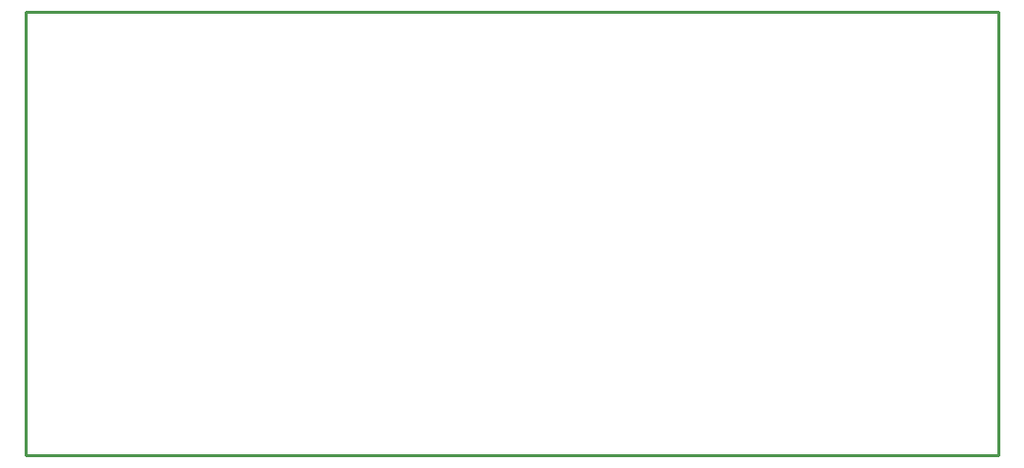
<source format=gko>
G04 Layer: BoardOutlineLayer*
G04 EasyEDA v6.5.51, 2025-11-13 11:15:01*
G04 eeee07b8e3394328a7c479296e6499dd,d08b7503fb3042b1851704d71a85d887,10*
G04 Gerber Generator version 0.2*
G04 Scale: 100 percent, Rotated: No, Reflected: No *
G04 Dimensions in millimeters *
G04 leading zeros omitted , absolute positions ,4 integer and 5 decimal *
%FSLAX45Y45*%
%MOMM*%

%ADD10C,0.2540*%
%ADD11C,0.0153*%
D10*
X698500Y9385300D02*
G01*
X698500Y9613900D01*
X9040875Y9613900D01*
X9040875Y5803900D01*
X698500Y5803900D01*
X698500Y9385300D01*

%LPD*%
M02*

</source>
